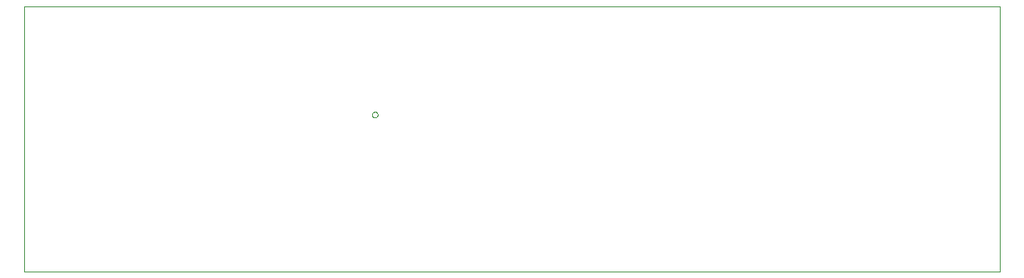
<source format=gko>
G75*
%MOIN*%
%OFA0B0*%
%FSLAX24Y24*%
%IPPOS*%
%LPD*%
%AMOC8*
5,1,8,0,0,1.08239X$1,22.5*
%
%ADD10C,0.0000*%
D10*
X000180Y000180D02*
X000180Y011176D01*
X040550Y011176D01*
X040550Y000180D01*
X000180Y000180D01*
X014562Y006680D02*
X014564Y006701D01*
X014570Y006721D01*
X014579Y006741D01*
X014591Y006758D01*
X014606Y006772D01*
X014624Y006784D01*
X014644Y006792D01*
X014664Y006797D01*
X014685Y006798D01*
X014706Y006795D01*
X014726Y006789D01*
X014745Y006778D01*
X014762Y006765D01*
X014775Y006749D01*
X014786Y006731D01*
X014794Y006711D01*
X014798Y006691D01*
X014798Y006669D01*
X014794Y006649D01*
X014786Y006629D01*
X014775Y006611D01*
X014762Y006595D01*
X014745Y006582D01*
X014726Y006571D01*
X014706Y006565D01*
X014685Y006562D01*
X014664Y006563D01*
X014644Y006568D01*
X014624Y006576D01*
X014606Y006588D01*
X014591Y006602D01*
X014579Y006619D01*
X014570Y006639D01*
X014564Y006659D01*
X014562Y006680D01*
M02*

</source>
